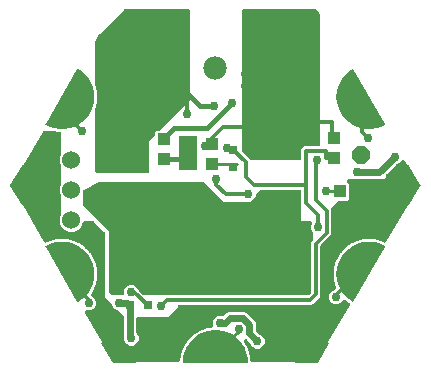
<source format=gbr>
G04 EAGLE Gerber RS-274X export*
G75*
%MOMM*%
%FSLAX34Y34*%
%LPD*%
%INTop Copper*%
%IPPOS*%
%AMOC8*
5,1,8,0,0,1.08239X$1,22.5*%
G01*
%ADD10R,0.800000X0.800000*%
%ADD11R,1.000000X1.100000*%
%ADD12R,1.600000X3.000000*%
%ADD13R,6.200000X5.800000*%
%ADD14R,3.200000X1.800000*%
%ADD15C,1.000000*%
%ADD16R,1.100000X1.000000*%
%ADD17C,1.981200*%
%ADD18C,1.981200*%
%ADD19P,1.649562X8X22.500000*%
%ADD20C,1.524000*%
%ADD21C,0.756400*%
%ADD22C,0.609600*%
%ADD23C,0.254000*%
%ADD24C,0.304800*%
%ADD25C,0.406400*%

G36*
X267834Y253750D02*
X267834Y253750D01*
X267860Y253748D01*
X268007Y253770D01*
X268154Y253787D01*
X268178Y253795D01*
X268204Y253799D01*
X268342Y253854D01*
X268482Y253904D01*
X268504Y253918D01*
X268528Y253928D01*
X268650Y254013D01*
X268775Y254093D01*
X268793Y254112D01*
X268814Y254127D01*
X268914Y254237D01*
X269017Y254344D01*
X269030Y254366D01*
X269048Y254386D01*
X269120Y254516D01*
X269196Y254643D01*
X269204Y254668D01*
X269216Y254691D01*
X269257Y254834D01*
X269302Y254975D01*
X269304Y255001D01*
X269311Y255026D01*
X269331Y255270D01*
X269331Y257747D01*
X270255Y259978D01*
X271962Y261685D01*
X274192Y262609D01*
X276607Y262609D01*
X278837Y261685D01*
X280544Y259978D01*
X280890Y259142D01*
X280891Y259140D01*
X280892Y259139D01*
X280975Y258990D01*
X281060Y258838D01*
X281061Y258836D01*
X281062Y258834D01*
X281221Y258648D01*
X282196Y257672D01*
X282197Y257672D01*
X285676Y254193D01*
X285775Y254114D01*
X285869Y254030D01*
X285911Y254006D01*
X285949Y253976D01*
X286063Y253922D01*
X286174Y253861D01*
X286220Y253848D01*
X286264Y253827D01*
X286387Y253801D01*
X286509Y253766D01*
X286570Y253762D01*
X286605Y253754D01*
X286653Y253755D01*
X286753Y253747D01*
X424793Y253747D01*
X424918Y253761D01*
X425044Y253768D01*
X425091Y253781D01*
X425139Y253787D01*
X425258Y253829D01*
X425379Y253864D01*
X425421Y253888D01*
X425467Y253904D01*
X425573Y253973D01*
X425683Y254034D01*
X425730Y254074D01*
X425760Y254093D01*
X425793Y254128D01*
X425870Y254193D01*
X427543Y255866D01*
X427622Y255965D01*
X427706Y256059D01*
X427730Y256102D01*
X427760Y256139D01*
X427814Y256254D01*
X427875Y256364D01*
X427888Y256411D01*
X427909Y256454D01*
X427935Y256578D01*
X427970Y256700D01*
X427975Y256760D01*
X427982Y256795D01*
X427981Y256843D01*
X427989Y256943D01*
X427989Y299062D01*
X429067Y300140D01*
X429146Y300239D01*
X429230Y300332D01*
X429254Y300375D01*
X429284Y300413D01*
X429338Y300527D01*
X429399Y300637D01*
X429412Y300684D01*
X429433Y300728D01*
X429459Y300851D01*
X429494Y300973D01*
X429499Y301034D01*
X429506Y301068D01*
X429505Y301116D01*
X429513Y301217D01*
X429513Y305883D01*
X429499Y306009D01*
X429492Y306135D01*
X429479Y306182D01*
X429473Y306230D01*
X429431Y306349D01*
X429396Y306470D01*
X429372Y306512D01*
X429356Y306558D01*
X429287Y306664D01*
X429226Y306774D01*
X429186Y306820D01*
X429167Y306850D01*
X429132Y306884D01*
X429067Y306960D01*
X428315Y307712D01*
X427391Y309943D01*
X427391Y312357D01*
X428228Y314377D01*
X428269Y314522D01*
X428315Y314665D01*
X428317Y314689D01*
X428324Y314712D01*
X428331Y314863D01*
X428343Y315012D01*
X428339Y315036D01*
X428341Y315060D01*
X428314Y315208D01*
X428291Y315357D01*
X428282Y315379D01*
X428278Y315403D01*
X428218Y315541D01*
X428163Y315681D01*
X428149Y315701D01*
X428139Y315723D01*
X428049Y315844D01*
X427964Y315967D01*
X427946Y315983D01*
X427931Y316003D01*
X427816Y316100D01*
X427705Y316200D01*
X427684Y316212D01*
X427665Y316228D01*
X427532Y316296D01*
X427400Y316369D01*
X427376Y316375D01*
X427355Y316386D01*
X427210Y316423D01*
X427064Y316464D01*
X427035Y316466D01*
X427017Y316471D01*
X426970Y316471D01*
X426821Y316483D01*
X419731Y316483D01*
X419353Y316861D01*
X419353Y341404D01*
X419350Y341430D01*
X419352Y341456D01*
X419330Y341603D01*
X419313Y341750D01*
X419305Y341775D01*
X419301Y341801D01*
X419246Y341939D01*
X419196Y342078D01*
X419182Y342100D01*
X419172Y342125D01*
X419087Y342246D01*
X419007Y342371D01*
X418988Y342389D01*
X418973Y342411D01*
X418863Y342510D01*
X418756Y342613D01*
X418734Y342627D01*
X418714Y342644D01*
X418584Y342716D01*
X418457Y342792D01*
X418432Y342800D01*
X418409Y342813D01*
X418266Y342853D01*
X418125Y342898D01*
X418099Y342900D01*
X418074Y342908D01*
X417830Y342927D01*
X385854Y342927D01*
X385728Y342913D01*
X385602Y342906D01*
X385556Y342893D01*
X385508Y342887D01*
X385389Y342845D01*
X385267Y342810D01*
X385225Y342786D01*
X385180Y342770D01*
X385073Y342701D01*
X384963Y342640D01*
X384917Y342600D01*
X384887Y342581D01*
X384853Y342546D01*
X384777Y342481D01*
X381165Y338869D01*
X381086Y338770D01*
X381002Y338676D01*
X380978Y338634D01*
X380948Y338596D01*
X380894Y338482D01*
X380833Y338371D01*
X380820Y338325D01*
X380799Y338281D01*
X380773Y338158D01*
X380738Y338036D01*
X380733Y337975D01*
X380726Y337940D01*
X380727Y337902D01*
X379795Y335652D01*
X378088Y333945D01*
X375822Y333007D01*
X375696Y333000D01*
X375672Y332993D01*
X353691Y332993D01*
X337627Y349057D01*
X337528Y349136D01*
X337434Y349220D01*
X337392Y349244D01*
X337354Y349274D01*
X337240Y349328D01*
X337129Y349389D01*
X337083Y349402D01*
X337039Y349423D01*
X336916Y349449D01*
X336794Y349484D01*
X336733Y349489D01*
X336698Y349496D01*
X336650Y349495D01*
X336550Y349503D01*
X248920Y349503D01*
X248864Y349497D01*
X248808Y349499D01*
X248691Y349477D01*
X248574Y349463D01*
X248521Y349444D01*
X248466Y349434D01*
X248260Y349351D01*
X248246Y349346D01*
X248243Y349344D01*
X248239Y349342D01*
X235539Y342992D01*
X235520Y342980D01*
X235499Y342972D01*
X235375Y342885D01*
X235247Y342802D01*
X235231Y342786D01*
X235213Y342773D01*
X235111Y342660D01*
X235006Y342550D01*
X234995Y342531D01*
X234980Y342514D01*
X234906Y342381D01*
X234829Y342250D01*
X234822Y342229D01*
X234811Y342209D01*
X234770Y342062D01*
X234724Y341918D01*
X234722Y341895D01*
X234716Y341874D01*
X234697Y341630D01*
X234697Y330200D01*
X234711Y330074D01*
X234718Y329948D01*
X234731Y329902D01*
X234737Y329854D01*
X234779Y329735D01*
X234814Y329613D01*
X234838Y329571D01*
X234854Y329526D01*
X234923Y329419D01*
X234984Y329309D01*
X235024Y329263D01*
X235043Y329233D01*
X235078Y329199D01*
X235143Y329123D01*
X256287Y307979D01*
X256287Y257810D01*
X256301Y257684D01*
X256308Y257558D01*
X256321Y257512D01*
X256327Y257464D01*
X256369Y257345D01*
X256404Y257223D01*
X256428Y257181D01*
X256444Y257136D01*
X256513Y257029D01*
X256574Y256919D01*
X256614Y256873D01*
X256633Y256843D01*
X256668Y256809D01*
X256733Y256733D01*
X259273Y254193D01*
X259372Y254114D01*
X259466Y254030D01*
X259508Y254006D01*
X259546Y253976D01*
X259660Y253922D01*
X259771Y253861D01*
X259817Y253848D01*
X259861Y253827D01*
X259984Y253801D01*
X260106Y253766D01*
X260167Y253762D01*
X260202Y253754D01*
X260250Y253755D01*
X260350Y253747D01*
X267808Y253747D01*
X267834Y253750D01*
G37*
G36*
X279138Y196216D02*
X279138Y196216D01*
X279166Y196214D01*
X279234Y196236D01*
X279305Y196250D01*
X279328Y196266D01*
X279355Y196275D01*
X279410Y196322D01*
X279469Y196363D01*
X279484Y196387D01*
X279506Y196405D01*
X279537Y196470D01*
X279576Y196530D01*
X279581Y196558D01*
X279593Y196584D01*
X279602Y196685D01*
X279609Y196727D01*
X279607Y196737D01*
X279608Y196750D01*
X279551Y197465D01*
X315559Y197465D01*
X315701Y197481D01*
X315845Y197492D01*
X315874Y197501D01*
X315905Y197505D01*
X316040Y197553D01*
X316177Y197596D01*
X316204Y197612D01*
X316233Y197622D01*
X316354Y197700D01*
X316477Y197773D01*
X316500Y197794D01*
X316526Y197811D01*
X316626Y197914D01*
X316729Y198014D01*
X316746Y198039D01*
X316768Y198062D01*
X316842Y198185D01*
X316920Y198305D01*
X316931Y198334D01*
X316947Y198361D01*
X316991Y198498D01*
X317040Y198633D01*
X317046Y198670D01*
X317053Y198693D01*
X317057Y198742D01*
X317078Y198874D01*
X317127Y199528D01*
X317126Y199541D01*
X317128Y199553D01*
X317119Y199715D01*
X317113Y199876D01*
X317109Y199889D01*
X317109Y199901D01*
X317063Y200056D01*
X317028Y200185D01*
X317223Y201039D01*
X317226Y201067D01*
X317257Y201265D01*
X317323Y202142D01*
X317355Y202177D01*
X317361Y202188D01*
X317370Y202198D01*
X317447Y202339D01*
X317527Y202480D01*
X317531Y202493D01*
X317537Y202504D01*
X317610Y202737D01*
X317877Y203906D01*
X317878Y203918D01*
X317882Y203930D01*
X317898Y204092D01*
X317915Y204252D01*
X317914Y204265D01*
X317915Y204277D01*
X317893Y204439D01*
X317877Y204570D01*
X318197Y205386D01*
X318205Y205413D01*
X318265Y205603D01*
X318460Y206461D01*
X318498Y206491D01*
X318506Y206501D01*
X318515Y206509D01*
X318613Y206638D01*
X318713Y206765D01*
X318719Y206777D01*
X318726Y206787D01*
X318834Y207007D01*
X319272Y208123D01*
X319275Y208135D01*
X319281Y208146D01*
X319320Y208304D01*
X319361Y208460D01*
X319361Y208472D01*
X319364Y208484D01*
X319367Y208646D01*
X319371Y208779D01*
X319809Y209538D01*
X319820Y209564D01*
X319908Y209744D01*
X320229Y210563D01*
X320271Y210587D01*
X320280Y210596D01*
X320291Y210602D01*
X320407Y210715D01*
X320525Y210826D01*
X320532Y210836D01*
X320541Y210845D01*
X320680Y211046D01*
X321279Y212085D01*
X321284Y212096D01*
X321291Y212107D01*
X321353Y212257D01*
X321418Y212405D01*
X321420Y212417D01*
X321425Y212429D01*
X321451Y212589D01*
X321475Y212719D01*
X322021Y213405D01*
X322036Y213428D01*
X322150Y213593D01*
X322590Y214355D01*
X322634Y214372D01*
X322645Y214380D01*
X322657Y214384D01*
X322788Y214479D01*
X322921Y214571D01*
X322929Y214580D01*
X322940Y214588D01*
X323107Y214766D01*
X323855Y215703D01*
X323861Y215714D01*
X323870Y215723D01*
X323953Y215861D01*
X324039Y215999D01*
X324043Y216011D01*
X324050Y216022D01*
X324099Y216175D01*
X324143Y216301D01*
X324785Y216898D01*
X324803Y216919D01*
X324940Y217065D01*
X325489Y217753D01*
X325536Y217763D01*
X325547Y217769D01*
X325559Y217772D01*
X325704Y217846D01*
X325849Y217917D01*
X325858Y217925D01*
X325870Y217931D01*
X326062Y218082D01*
X326941Y218898D01*
X326949Y218907D01*
X326959Y218915D01*
X327062Y219039D01*
X327167Y219162D01*
X327173Y219174D01*
X327181Y219183D01*
X327253Y219328D01*
X327315Y219446D01*
X328039Y219940D01*
X328060Y219958D01*
X328217Y220082D01*
X328862Y220680D01*
X328910Y220684D01*
X328922Y220688D01*
X328935Y220689D01*
X329088Y220740D01*
X329242Y220789D01*
X329253Y220796D01*
X329265Y220800D01*
X329478Y220921D01*
X330468Y221596D01*
X330478Y221605D01*
X330489Y221611D01*
X330609Y221718D01*
X330732Y221824D01*
X330739Y221835D01*
X330749Y221843D01*
X330841Y221975D01*
X330920Y222083D01*
X331710Y222463D01*
X331734Y222478D01*
X331907Y222577D01*
X332634Y223073D01*
X332682Y223069D01*
X332694Y223071D01*
X332707Y223071D01*
X332867Y223099D01*
X333026Y223124D01*
X333038Y223129D01*
X333051Y223131D01*
X333279Y223219D01*
X334359Y223739D01*
X334370Y223746D01*
X334381Y223750D01*
X334517Y223839D01*
X334654Y223925D01*
X334662Y223934D01*
X334673Y223941D01*
X334785Y224058D01*
X334878Y224153D01*
X335716Y224411D01*
X335742Y224423D01*
X335928Y224494D01*
X336720Y224876D01*
X336767Y224866D01*
X336780Y224866D01*
X336792Y224863D01*
X336955Y224867D01*
X337116Y224868D01*
X337128Y224871D01*
X337141Y224871D01*
X337380Y224925D01*
X338525Y225278D01*
X338537Y225283D01*
X338549Y225286D01*
X338696Y225353D01*
X338844Y225418D01*
X338855Y225426D01*
X338866Y225431D01*
X338994Y225530D01*
X339100Y225610D01*
X339967Y225740D01*
X339995Y225748D01*
X340189Y225791D01*
X341030Y226051D01*
X341075Y226033D01*
X341087Y226031D01*
X341099Y226027D01*
X341260Y226006D01*
X341420Y225984D01*
X341432Y225985D01*
X341445Y225983D01*
X341689Y226000D01*
X342875Y226179D01*
X342887Y226182D01*
X342899Y226183D01*
X343054Y226227D01*
X343211Y226270D01*
X343222Y226276D01*
X343234Y226279D01*
X343375Y226358D01*
X343518Y226435D01*
X343527Y226443D01*
X343538Y226449D01*
X343542Y226453D01*
X343560Y226458D01*
X343584Y226461D01*
X343726Y226512D01*
X343869Y226558D01*
X343889Y226570D01*
X343912Y226579D01*
X344039Y226660D01*
X344167Y226738D01*
X344185Y226755D01*
X344205Y226768D01*
X344310Y226876D01*
X344417Y226981D01*
X344430Y227001D01*
X344447Y227018D01*
X344524Y227147D01*
X344606Y227274D01*
X344614Y227297D01*
X344626Y227317D01*
X344672Y227460D01*
X344722Y227602D01*
X344725Y227626D01*
X344732Y227649D01*
X344744Y227799D01*
X344761Y227949D01*
X344758Y227973D01*
X344760Y227997D01*
X344738Y228145D01*
X344720Y228295D01*
X344711Y228322D01*
X344708Y228341D01*
X344691Y228385D01*
X344645Y228527D01*
X344451Y228995D01*
X344451Y231410D01*
X345375Y233640D01*
X347082Y235347D01*
X349313Y236271D01*
X351727Y236271D01*
X351936Y236185D01*
X352009Y236164D01*
X352079Y236134D01*
X352176Y236116D01*
X352271Y236089D01*
X352347Y236085D01*
X352422Y236072D01*
X352521Y236077D01*
X352619Y236072D01*
X352694Y236086D01*
X352771Y236090D01*
X352865Y236117D01*
X352962Y236135D01*
X353032Y236165D01*
X353105Y236186D01*
X353191Y236234D01*
X353281Y236274D01*
X353343Y236319D01*
X353410Y236356D01*
X353523Y236453D01*
X353561Y236481D01*
X353574Y236496D01*
X353596Y236515D01*
X355838Y238757D01*
X357798Y239569D01*
X371283Y239569D01*
X373243Y238757D01*
X374958Y237042D01*
X378369Y233631D01*
X380084Y231916D01*
X380896Y229955D01*
X380896Y224179D01*
X380911Y224054D01*
X380917Y223927D01*
X380931Y223881D01*
X380936Y223833D01*
X380979Y223714D01*
X381014Y223592D01*
X381037Y223550D01*
X381054Y223505D01*
X381122Y223398D01*
X381184Y223288D01*
X381223Y223242D01*
X381243Y223212D01*
X381277Y223178D01*
X381342Y223102D01*
X383721Y220723D01*
X383723Y220722D01*
X383724Y220720D01*
X383854Y220618D01*
X383878Y220596D01*
X383889Y220590D01*
X383994Y220506D01*
X383996Y220506D01*
X383998Y220504D01*
X384216Y220393D01*
X385708Y219775D01*
X387415Y218068D01*
X388339Y215837D01*
X388339Y213423D01*
X387415Y211192D01*
X385708Y209485D01*
X383477Y208561D01*
X381063Y208561D01*
X378832Y209485D01*
X377125Y211192D01*
X376507Y212684D01*
X376506Y212686D01*
X376506Y212688D01*
X376425Y212832D01*
X376338Y212989D01*
X376336Y212991D01*
X376335Y212992D01*
X376177Y213179D01*
X373315Y216041D01*
X373198Y216134D01*
X373083Y216231D01*
X373061Y216242D01*
X373042Y216257D01*
X372907Y216321D01*
X372773Y216390D01*
X372749Y216396D01*
X372727Y216406D01*
X372581Y216438D01*
X372435Y216474D01*
X372410Y216474D01*
X372386Y216480D01*
X372237Y216477D01*
X372087Y216479D01*
X372062Y216474D01*
X372038Y216474D01*
X371892Y216437D01*
X371746Y216405D01*
X371724Y216395D01*
X371700Y216389D01*
X371566Y216320D01*
X371431Y216256D01*
X371412Y216241D01*
X371390Y216229D01*
X371275Y216132D01*
X371159Y216039D01*
X371143Y216019D01*
X371124Y216003D01*
X371035Y215883D01*
X370943Y215765D01*
X370932Y215743D01*
X370917Y215723D01*
X370858Y215586D01*
X370794Y215450D01*
X370789Y215426D01*
X370779Y215403D01*
X370753Y215256D01*
X370721Y215109D01*
X370722Y215084D01*
X370717Y215060D01*
X370725Y214911D01*
X370728Y214761D01*
X370734Y214737D01*
X370735Y214712D01*
X370777Y214568D01*
X370814Y214423D01*
X370827Y214396D01*
X370832Y214377D01*
X370855Y214336D01*
X370919Y214202D01*
X371270Y213593D01*
X371287Y213570D01*
X371399Y213405D01*
X371947Y212717D01*
X371947Y212668D01*
X371950Y212656D01*
X371950Y212644D01*
X371990Y212487D01*
X372027Y212329D01*
X372033Y212318D01*
X372036Y212306D01*
X372141Y212085D01*
X372740Y211046D01*
X372748Y211036D01*
X372753Y211025D01*
X372852Y210897D01*
X372948Y210767D01*
X372958Y210758D01*
X372965Y210748D01*
X373091Y210646D01*
X373192Y210560D01*
X373512Y209744D01*
X373525Y209719D01*
X373611Y209538D01*
X374051Y208777D01*
X374044Y208729D01*
X374045Y208716D01*
X374043Y208704D01*
X374059Y208542D01*
X374072Y208381D01*
X374076Y208370D01*
X374078Y208357D01*
X374148Y208123D01*
X374586Y207007D01*
X374592Y206996D01*
X374596Y206983D01*
X374674Y206841D01*
X374750Y206699D01*
X374758Y206689D01*
X374764Y206678D01*
X374873Y206559D01*
X374960Y206458D01*
X375155Y205603D01*
X375165Y205577D01*
X375223Y205386D01*
X375544Y204567D01*
X375530Y204521D01*
X375529Y204508D01*
X375526Y204496D01*
X375517Y204335D01*
X375506Y204173D01*
X375508Y204160D01*
X375508Y204148D01*
X375543Y203906D01*
X375810Y202737D01*
X375814Y202725D01*
X375816Y202712D01*
X375872Y202561D01*
X375926Y202408D01*
X375932Y202398D01*
X375937Y202386D01*
X376026Y202251D01*
X376098Y202139D01*
X376163Y201265D01*
X376168Y201237D01*
X376197Y201039D01*
X376393Y200182D01*
X376372Y200138D01*
X376369Y200126D01*
X376364Y200114D01*
X376332Y199955D01*
X376297Y199798D01*
X376297Y199785D01*
X376295Y199773D01*
X376293Y199528D01*
X376342Y198874D01*
X376369Y198733D01*
X376391Y198591D01*
X376402Y198562D01*
X376408Y198532D01*
X376466Y198401D01*
X376519Y198267D01*
X376537Y198242D01*
X376550Y198213D01*
X376637Y198099D01*
X376718Y197981D01*
X376741Y197960D01*
X376760Y197936D01*
X376871Y197844D01*
X376977Y197748D01*
X377004Y197733D01*
X377028Y197713D01*
X377157Y197649D01*
X377282Y197579D01*
X377312Y197571D01*
X377340Y197557D01*
X377479Y197523D01*
X377618Y197484D01*
X377655Y197481D01*
X377679Y197476D01*
X377728Y197475D01*
X377861Y197465D01*
X413869Y197465D01*
X413812Y196750D01*
X413816Y196721D01*
X413811Y196693D01*
X413828Y196624D01*
X413836Y196552D01*
X413851Y196528D01*
X413857Y196500D01*
X413900Y196442D01*
X413936Y196380D01*
X413958Y196363D01*
X413975Y196340D01*
X414037Y196303D01*
X414094Y196260D01*
X414122Y196253D01*
X414146Y196238D01*
X414246Y196222D01*
X414287Y196211D01*
X414297Y196213D01*
X414310Y196211D01*
X433310Y196211D01*
X433386Y196226D01*
X433464Y196235D01*
X433483Y196246D01*
X433505Y196250D01*
X433569Y196294D01*
X433637Y196333D01*
X433653Y196352D01*
X433669Y196363D01*
X433693Y196401D01*
X433743Y196461D01*
X443243Y212961D01*
X443252Y212988D01*
X443268Y213012D01*
X443283Y213082D01*
X443306Y213150D01*
X443303Y213178D01*
X443309Y213206D01*
X443296Y213277D01*
X443290Y213348D01*
X443277Y213373D01*
X443271Y213401D01*
X443231Y213461D01*
X443198Y213524D01*
X443176Y213542D01*
X443160Y213566D01*
X443077Y213624D01*
X443045Y213651D01*
X443034Y213654D01*
X443024Y213661D01*
X442396Y213958D01*
X460374Y245096D01*
X460431Y245228D01*
X460493Y245358D01*
X460500Y245388D01*
X460512Y245416D01*
X460538Y245558D01*
X460569Y245698D01*
X460569Y245729D01*
X460574Y245759D01*
X460567Y245903D01*
X460566Y246046D01*
X460559Y246076D01*
X460557Y246107D01*
X460517Y246246D01*
X460483Y246385D01*
X460470Y246413D01*
X460461Y246442D01*
X460391Y246568D01*
X460326Y246696D01*
X460306Y246720D01*
X460292Y246747D01*
X460195Y246853D01*
X460102Y246963D01*
X460073Y246987D01*
X460057Y247005D01*
X460016Y247033D01*
X459912Y247117D01*
X459376Y247482D01*
X459365Y247488D01*
X459355Y247496D01*
X459211Y247569D01*
X459137Y247607D01*
X459119Y247618D01*
X459117Y247618D01*
X459068Y247644D01*
X459055Y247647D01*
X459044Y247653D01*
X458887Y247691D01*
X458758Y247724D01*
X458115Y248320D01*
X458093Y248337D01*
X457937Y248462D01*
X457210Y248958D01*
X457196Y249004D01*
X457189Y249015D01*
X457185Y249027D01*
X457101Y249165D01*
X457019Y249304D01*
X457010Y249313D01*
X457004Y249324D01*
X456838Y249504D01*
X456691Y249641D01*
X456593Y249713D01*
X456500Y249792D01*
X456453Y249816D01*
X456410Y249847D01*
X456298Y249895D01*
X456189Y249951D01*
X456138Y249964D01*
X456089Y249984D01*
X455969Y250005D01*
X455851Y250035D01*
X455798Y250036D01*
X455746Y250045D01*
X455625Y250038D01*
X455503Y250040D01*
X455451Y250029D01*
X455398Y250026D01*
X455281Y249992D01*
X455162Y249966D01*
X455114Y249943D01*
X455064Y249928D01*
X454958Y249868D01*
X454848Y249816D01*
X454806Y249783D01*
X454760Y249757D01*
X454670Y249674D01*
X454575Y249598D01*
X454542Y249557D01*
X454503Y249521D01*
X454435Y249421D01*
X454359Y249325D01*
X454329Y249265D01*
X454307Y249233D01*
X454290Y249190D01*
X454248Y249107D01*
X454198Y248988D01*
X452491Y247281D01*
X450261Y246357D01*
X447847Y246357D01*
X445616Y247281D01*
X443909Y248988D01*
X442985Y251219D01*
X442985Y253633D01*
X443909Y255864D01*
X445616Y257571D01*
X447919Y258525D01*
X447937Y258530D01*
X447975Y258535D01*
X448104Y258581D01*
X448234Y258620D01*
X448267Y258639D01*
X448303Y258652D01*
X448418Y258726D01*
X448536Y258794D01*
X448564Y258820D01*
X448596Y258841D01*
X448691Y258939D01*
X448790Y259032D01*
X448812Y259064D01*
X448838Y259092D01*
X448908Y259209D01*
X448984Y259322D01*
X448997Y259358D01*
X449017Y259391D01*
X449059Y259521D01*
X449107Y259648D01*
X449112Y259686D01*
X449123Y259723D01*
X449134Y259859D01*
X449152Y259994D01*
X449148Y260032D01*
X449151Y260070D01*
X449131Y260205D01*
X449118Y260341D01*
X449104Y260386D01*
X449100Y260415D01*
X449081Y260461D01*
X449047Y260575D01*
X448723Y261400D01*
X448717Y261411D01*
X448713Y261423D01*
X448635Y261564D01*
X448559Y261708D01*
X448551Y261717D01*
X448544Y261728D01*
X448436Y261848D01*
X448348Y261948D01*
X448153Y262803D01*
X448144Y262830D01*
X448086Y263021D01*
X447764Y263840D01*
X447778Y263886D01*
X447779Y263898D01*
X447783Y263910D01*
X447791Y264072D01*
X447802Y264233D01*
X447800Y264246D01*
X447800Y264258D01*
X447765Y264501D01*
X447497Y265671D01*
X447493Y265683D01*
X447492Y265696D01*
X447435Y265848D01*
X447381Y266000D01*
X447375Y266011D01*
X447370Y266023D01*
X447281Y266158D01*
X447209Y266270D01*
X447143Y267144D01*
X447138Y267172D01*
X447109Y267369D01*
X446913Y268227D01*
X446934Y268270D01*
X446937Y268282D01*
X446942Y268294D01*
X446974Y268453D01*
X447009Y268611D01*
X447009Y268623D01*
X447011Y268636D01*
X447013Y268880D01*
X446923Y270078D01*
X446920Y270090D01*
X446920Y270103D01*
X446887Y270261D01*
X446857Y270420D01*
X446852Y270432D01*
X446849Y270444D01*
X446781Y270590D01*
X446727Y270712D01*
X446792Y271586D01*
X446791Y271614D01*
X446792Y271814D01*
X446726Y272692D01*
X446753Y272732D01*
X446757Y272743D01*
X446764Y272754D01*
X446820Y272906D01*
X446878Y273057D01*
X446879Y273070D01*
X446884Y273081D01*
X446922Y273323D01*
X447011Y274521D01*
X447010Y274534D01*
X447013Y274546D01*
X447003Y274707D01*
X446997Y274869D01*
X446994Y274881D01*
X446993Y274894D01*
X446947Y275049D01*
X446912Y275177D01*
X447107Y276032D01*
X447110Y276060D01*
X447140Y276257D01*
X447206Y277135D01*
X447239Y277170D01*
X447245Y277181D01*
X447253Y277191D01*
X447331Y277333D01*
X447411Y277473D01*
X447414Y277485D01*
X447420Y277497D01*
X447494Y277730D01*
X447760Y278901D01*
X447762Y278913D01*
X447766Y278926D01*
X447781Y279088D01*
X447799Y279247D01*
X447797Y279260D01*
X447798Y279273D01*
X447776Y279433D01*
X447760Y279565D01*
X448080Y280381D01*
X448087Y280408D01*
X448147Y280599D01*
X448343Y281457D01*
X448381Y281487D01*
X448388Y281497D01*
X448398Y281505D01*
X448496Y281634D01*
X448596Y281761D01*
X448601Y281772D01*
X448609Y281782D01*
X448716Y282002D01*
X449154Y283120D01*
X449158Y283133D01*
X449163Y283144D01*
X449202Y283301D01*
X449244Y283457D01*
X449244Y283470D01*
X449247Y283482D01*
X449249Y283645D01*
X449253Y283777D01*
X449691Y284536D01*
X449702Y284562D01*
X449790Y284742D01*
X450111Y285561D01*
X450153Y285585D01*
X450162Y285594D01*
X450173Y285600D01*
X450289Y285713D01*
X450407Y285824D01*
X450414Y285834D01*
X450423Y285843D01*
X450561Y286045D01*
X451162Y287085D01*
X451167Y287097D01*
X451174Y287107D01*
X451236Y287256D01*
X451300Y287405D01*
X451303Y287417D01*
X451307Y287429D01*
X451333Y287588D01*
X451357Y287719D01*
X451904Y288405D01*
X451919Y288429D01*
X452032Y288593D01*
X452472Y289355D01*
X452516Y289373D01*
X452527Y289380D01*
X452538Y289385D01*
X452670Y289479D01*
X452803Y289572D01*
X452811Y289581D01*
X452822Y289588D01*
X452989Y289767D01*
X453738Y290706D01*
X453744Y290717D01*
X453753Y290726D01*
X453836Y290864D01*
X453922Y291002D01*
X453926Y291014D01*
X453933Y291025D01*
X453983Y291179D01*
X454025Y291304D01*
X454668Y291901D01*
X454686Y291922D01*
X454823Y292068D01*
X455371Y292756D01*
X455418Y292767D01*
X455429Y292772D01*
X455442Y292775D01*
X455585Y292849D01*
X455731Y292920D01*
X455741Y292928D01*
X455752Y292934D01*
X455944Y293086D01*
X456824Y293903D01*
X456832Y293913D01*
X456843Y293920D01*
X456945Y294045D01*
X457051Y294168D01*
X457057Y294179D01*
X457065Y294189D01*
X457137Y294333D01*
X457198Y294452D01*
X457922Y294946D01*
X457944Y294964D01*
X458100Y295088D01*
X458745Y295686D01*
X458793Y295690D01*
X458805Y295694D01*
X458818Y295695D01*
X458970Y295746D01*
X459125Y295795D01*
X459136Y295802D01*
X459148Y295806D01*
X459361Y295927D01*
X460353Y296604D01*
X460362Y296612D01*
X460374Y296618D01*
X460494Y296726D01*
X460616Y296832D01*
X460624Y296842D01*
X460633Y296851D01*
X460726Y296983D01*
X460804Y297091D01*
X461594Y297471D01*
X461618Y297486D01*
X461791Y297585D01*
X462518Y298081D01*
X462566Y298078D01*
X462579Y298080D01*
X462591Y298079D01*
X462750Y298107D01*
X462910Y298132D01*
X462922Y298137D01*
X462935Y298139D01*
X463163Y298227D01*
X464245Y298749D01*
X464255Y298756D01*
X464267Y298760D01*
X464403Y298849D01*
X464539Y298935D01*
X464548Y298944D01*
X464559Y298951D01*
X464670Y299068D01*
X464764Y299163D01*
X465601Y299422D01*
X465627Y299433D01*
X465813Y299505D01*
X466606Y299887D01*
X466653Y299876D01*
X466666Y299876D01*
X466678Y299874D01*
X466839Y299878D01*
X467001Y299879D01*
X467014Y299882D01*
X467026Y299882D01*
X467265Y299935D01*
X468413Y300290D01*
X468425Y300295D01*
X468437Y300298D01*
X468583Y300365D01*
X468732Y300430D01*
X468742Y300438D01*
X468754Y300443D01*
X468881Y300542D01*
X468988Y300622D01*
X469854Y300753D01*
X469881Y300760D01*
X470076Y300804D01*
X470917Y301063D01*
X470962Y301046D01*
X470975Y301044D01*
X470986Y301040D01*
X471147Y301019D01*
X471307Y300997D01*
X471320Y300998D01*
X471332Y300996D01*
X471576Y301013D01*
X472764Y301192D01*
X472776Y301196D01*
X472789Y301196D01*
X472944Y301241D01*
X473100Y301284D01*
X473111Y301290D01*
X473124Y301293D01*
X473265Y301372D01*
X473382Y301435D01*
X474259Y301435D01*
X474286Y301439D01*
X474486Y301453D01*
X475356Y301584D01*
X475398Y301560D01*
X475410Y301556D01*
X475421Y301550D01*
X475576Y301506D01*
X475731Y301460D01*
X475744Y301459D01*
X475756Y301456D01*
X476000Y301436D01*
X477201Y301436D01*
X477214Y301438D01*
X477226Y301437D01*
X477386Y301458D01*
X477547Y301476D01*
X477559Y301481D01*
X477572Y301482D01*
X477723Y301539D01*
X477848Y301584D01*
X478715Y301454D01*
X478743Y301453D01*
X478942Y301437D01*
X479822Y301437D01*
X479860Y301407D01*
X479871Y301402D01*
X479881Y301394D01*
X480029Y301328D01*
X480175Y301258D01*
X480188Y301256D01*
X480199Y301251D01*
X480437Y301195D01*
X481625Y301016D01*
X481638Y301016D01*
X481650Y301013D01*
X481811Y301010D01*
X481973Y301004D01*
X481986Y301007D01*
X481998Y301006D01*
X482156Y301040D01*
X482287Y301066D01*
X483125Y300808D01*
X483152Y300803D01*
X483347Y300757D01*
X484217Y300626D01*
X484250Y300591D01*
X484260Y300584D01*
X484269Y300575D01*
X484405Y300487D01*
X484539Y300397D01*
X484551Y300393D01*
X484562Y300386D01*
X484789Y300295D01*
X485937Y299941D01*
X485949Y299939D01*
X485961Y299934D01*
X486121Y299907D01*
X486279Y299878D01*
X486292Y299878D01*
X486305Y299876D01*
X486465Y299886D01*
X486599Y299892D01*
X487389Y299512D01*
X487415Y299503D01*
X487601Y299429D01*
X488442Y299170D01*
X488469Y299130D01*
X488478Y299121D01*
X488486Y299111D01*
X488607Y299004D01*
X488726Y298895D01*
X488737Y298889D01*
X488747Y298880D01*
X488958Y298757D01*
X489560Y298467D01*
X489695Y298420D01*
X489828Y298368D01*
X489859Y298363D01*
X489889Y298353D01*
X490032Y298338D01*
X490173Y298317D01*
X490204Y298320D01*
X490235Y298317D01*
X490378Y298335D01*
X490521Y298347D01*
X490550Y298356D01*
X490581Y298360D01*
X490716Y298410D01*
X490852Y298454D01*
X490879Y298470D01*
X490908Y298481D01*
X491028Y298560D01*
X491151Y298634D01*
X491173Y298656D01*
X491199Y298673D01*
X491297Y298777D01*
X491400Y298877D01*
X491422Y298908D01*
X491439Y298926D01*
X491464Y298969D01*
X491539Y299078D01*
X509518Y330219D01*
X510126Y329799D01*
X510153Y329788D01*
X510175Y329769D01*
X510244Y329749D01*
X510309Y329721D01*
X510338Y329721D01*
X510366Y329713D01*
X510437Y329721D01*
X510508Y329721D01*
X510535Y329732D01*
X510564Y329735D01*
X510626Y329770D01*
X510691Y329798D01*
X510712Y329818D01*
X510737Y329833D01*
X510800Y329910D01*
X510830Y329940D01*
X510834Y329950D01*
X510843Y329961D01*
X520343Y346461D01*
X520353Y346493D01*
X520362Y346506D01*
X520366Y346530D01*
X520367Y346534D01*
X520398Y346604D01*
X520398Y346628D01*
X520406Y346650D01*
X520400Y346726D01*
X520401Y346803D01*
X520391Y346827D01*
X520390Y346848D01*
X520369Y346887D01*
X520343Y346959D01*
X510843Y363459D01*
X510824Y363481D01*
X510811Y363507D01*
X510758Y363555D01*
X510711Y363608D01*
X510685Y363621D01*
X510664Y363640D01*
X510596Y363663D01*
X510532Y363694D01*
X510503Y363696D01*
X510476Y363705D01*
X510404Y363700D01*
X510333Y363703D01*
X510306Y363693D01*
X510277Y363691D01*
X510187Y363649D01*
X510147Y363634D01*
X510139Y363627D01*
X510126Y363621D01*
X509518Y363201D01*
X506985Y367589D01*
X506984Y367589D01*
X506984Y367590D01*
X506885Y367722D01*
X506777Y367869D01*
X506776Y367869D01*
X506776Y367870D01*
X506639Y367985D01*
X506511Y368094D01*
X506510Y368094D01*
X506510Y368095D01*
X506348Y368178D01*
X506201Y368253D01*
X506200Y368253D01*
X506200Y368254D01*
X506041Y368293D01*
X505863Y368338D01*
X505862Y368338D01*
X505861Y368338D01*
X505695Y368340D01*
X505514Y368343D01*
X505513Y368343D01*
X505324Y368302D01*
X505174Y368269D01*
X505173Y368269D01*
X505172Y368268D01*
X505009Y368191D01*
X504859Y368119D01*
X504858Y368119D01*
X504724Y368012D01*
X504586Y367902D01*
X504585Y367901D01*
X504480Y367768D01*
X504370Y367629D01*
X504370Y367628D01*
X504369Y367628D01*
X504258Y367410D01*
X504255Y367402D01*
X502548Y365695D01*
X500224Y364733D01*
X500212Y364731D01*
X500093Y364689D01*
X499972Y364654D01*
X499929Y364630D01*
X499884Y364614D01*
X499778Y364545D01*
X499667Y364484D01*
X499621Y364444D01*
X499591Y364425D01*
X499558Y364390D01*
X499481Y364325D01*
X491683Y356527D01*
X491604Y356428D01*
X491520Y356334D01*
X491496Y356292D01*
X491466Y356254D01*
X491412Y356140D01*
X491351Y356029D01*
X491338Y355983D01*
X491317Y355939D01*
X491291Y355815D01*
X491256Y355694D01*
X491252Y355633D01*
X491244Y355598D01*
X491245Y355550D01*
X491237Y355450D01*
X491237Y353691D01*
X489589Y352043D01*
X468576Y352043D01*
X468574Y352043D01*
X468572Y352043D01*
X468399Y352023D01*
X468230Y352003D01*
X468228Y352003D01*
X468226Y352002D01*
X467993Y351927D01*
X467603Y351766D01*
X465189Y351766D01*
X464798Y351927D01*
X464796Y351928D01*
X464794Y351929D01*
X464626Y351976D01*
X464463Y352023D01*
X464461Y352023D01*
X464459Y352024D01*
X464215Y352043D01*
X459508Y352043D01*
X459408Y352032D01*
X459308Y352030D01*
X459236Y352012D01*
X459162Y352003D01*
X459067Y351970D01*
X458970Y351945D01*
X458904Y351911D01*
X458834Y351886D01*
X458749Y351831D01*
X458660Y351785D01*
X458603Y351737D01*
X458541Y351697D01*
X458471Y351625D01*
X458395Y351560D01*
X458351Y351500D01*
X458299Y351446D01*
X458247Y351360D01*
X458188Y351279D01*
X458158Y351211D01*
X458120Y351147D01*
X458089Y351051D01*
X458050Y350959D01*
X458036Y350886D01*
X458014Y350815D01*
X458006Y350715D01*
X457988Y350616D01*
X457992Y350542D01*
X457986Y350468D01*
X458001Y350368D01*
X458006Y350268D01*
X458026Y350197D01*
X458037Y350123D01*
X458075Y350030D01*
X458102Y349933D01*
X458139Y349868D01*
X458166Y349799D01*
X458223Y349717D01*
X458273Y349629D01*
X458338Y349553D01*
X458365Y349513D01*
X458392Y349489D01*
X458431Y349443D01*
X459797Y348077D01*
X459797Y335183D01*
X458457Y333843D01*
X451700Y333843D01*
X451574Y333829D01*
X451448Y333822D01*
X451402Y333809D01*
X451354Y333803D01*
X451235Y333761D01*
X451113Y333726D01*
X451071Y333702D01*
X451026Y333686D01*
X450919Y333617D01*
X450809Y333556D01*
X450763Y333516D01*
X450733Y333497D01*
X450699Y333462D01*
X450623Y333397D01*
X445290Y328064D01*
X445273Y328043D01*
X445253Y328026D01*
X445165Y327907D01*
X445073Y327791D01*
X445062Y327767D01*
X445046Y327746D01*
X444987Y327610D01*
X444924Y327476D01*
X444919Y327450D01*
X444908Y327426D01*
X444882Y327280D01*
X444851Y327135D01*
X444851Y327109D01*
X444846Y327083D01*
X444854Y326934D01*
X444857Y326787D01*
X444863Y326762D01*
X444863Y305157D01*
X436057Y296351D01*
X435978Y296252D01*
X435894Y296158D01*
X435870Y296116D01*
X435840Y296078D01*
X435786Y295964D01*
X435725Y295853D01*
X435712Y295806D01*
X435691Y295763D01*
X435665Y295639D01*
X435630Y295518D01*
X435625Y295457D01*
X435618Y295422D01*
X435619Y295374D01*
X435611Y295274D01*
X435611Y253106D01*
X435586Y253075D01*
X435532Y252961D01*
X435471Y252850D01*
X435458Y252803D01*
X435437Y252760D01*
X435411Y252636D01*
X435376Y252514D01*
X435372Y252454D01*
X435364Y252419D01*
X435365Y252371D01*
X435357Y252271D01*
X435357Y252091D01*
X429899Y246633D01*
X429719Y246633D01*
X429594Y246619D01*
X429468Y246612D01*
X429421Y246599D01*
X429373Y246593D01*
X429254Y246551D01*
X429133Y246516D01*
X429091Y246492D01*
X429045Y246476D01*
X428939Y246407D01*
X428829Y246346D01*
X428782Y246306D01*
X428752Y246287D01*
X428719Y246252D01*
X428642Y246187D01*
X428298Y245843D01*
X316230Y245843D01*
X316204Y245840D01*
X316178Y245842D01*
X316031Y245820D01*
X315884Y245803D01*
X315859Y245795D01*
X315833Y245791D01*
X315695Y245736D01*
X315556Y245686D01*
X315534Y245672D01*
X315509Y245662D01*
X315388Y245577D01*
X315263Y245497D01*
X315245Y245478D01*
X315223Y245463D01*
X315124Y245353D01*
X315021Y245246D01*
X315007Y245224D01*
X314990Y245204D01*
X314918Y245074D01*
X314842Y244947D01*
X314834Y244922D01*
X314821Y244899D01*
X314781Y244756D01*
X314736Y244615D01*
X314734Y244589D01*
X314726Y244564D01*
X314707Y244320D01*
X314707Y243201D01*
X306709Y235203D01*
X281298Y235203D01*
X281272Y235200D01*
X281246Y235202D01*
X281099Y235180D01*
X280952Y235163D01*
X280927Y235155D01*
X280901Y235151D01*
X280763Y235096D01*
X280624Y235046D01*
X280602Y235032D01*
X280577Y235022D01*
X280456Y234937D01*
X280331Y234857D01*
X280313Y234838D01*
X280291Y234823D01*
X280192Y234713D01*
X280089Y234606D01*
X280075Y234584D01*
X280058Y234564D01*
X279986Y234434D01*
X279910Y234307D01*
X279902Y234282D01*
X279889Y234259D01*
X279849Y234116D01*
X279804Y233975D01*
X279802Y233949D01*
X279794Y233924D01*
X279775Y233680D01*
X279775Y222199D01*
X279789Y222073D01*
X279796Y221947D01*
X279809Y221900D01*
X279815Y221852D01*
X279857Y221733D01*
X279892Y221612D01*
X279916Y221570D01*
X279932Y221524D01*
X280001Y221418D01*
X280062Y221308D01*
X280102Y221262D01*
X280121Y221232D01*
X280156Y221198D01*
X280221Y221122D01*
X280735Y220608D01*
X281659Y218377D01*
X281659Y215963D01*
X280735Y213732D01*
X279028Y212025D01*
X276797Y211101D01*
X274383Y211101D01*
X272152Y212025D01*
X270445Y213732D01*
X269520Y215966D01*
X269500Y216132D01*
X269481Y216298D01*
X269481Y216300D01*
X269480Y216302D01*
X269405Y216534D01*
X269105Y217259D01*
X269105Y235338D01*
X269091Y235464D01*
X269084Y235590D01*
X269071Y235636D01*
X269065Y235684D01*
X269023Y235803D01*
X268988Y235925D01*
X268964Y235967D01*
X268948Y236012D01*
X268879Y236119D01*
X268818Y236229D01*
X268778Y236275D01*
X268759Y236305D01*
X268724Y236339D01*
X268659Y236415D01*
X264162Y240912D01*
X264161Y240913D01*
X264160Y240915D01*
X264023Y241022D01*
X263889Y241128D01*
X263888Y241129D01*
X263886Y241130D01*
X263668Y241242D01*
X261474Y242151D01*
X259767Y243858D01*
X258858Y246052D01*
X258857Y246054D01*
X258857Y246056D01*
X258774Y246204D01*
X258689Y246356D01*
X258688Y246358D01*
X258687Y246360D01*
X258528Y246546D01*
X252983Y252091D01*
X252983Y306324D01*
X252969Y306450D01*
X252962Y306576D01*
X252949Y306622D01*
X252943Y306670D01*
X252901Y306789D01*
X252866Y306911D01*
X252842Y306953D01*
X252826Y306998D01*
X252757Y307105D01*
X252696Y307215D01*
X252656Y307261D01*
X252637Y307291D01*
X252602Y307325D01*
X252537Y307401D01*
X243901Y316037D01*
X243802Y316116D01*
X243708Y316200D01*
X243666Y316224D01*
X243628Y316254D01*
X243514Y316308D01*
X243403Y316369D01*
X243357Y316382D01*
X243313Y316403D01*
X243190Y316429D01*
X243068Y316464D01*
X243007Y316469D01*
X242972Y316476D01*
X242924Y316475D01*
X242824Y316483D01*
X236110Y316483D01*
X236034Y316475D01*
X235957Y316476D01*
X235861Y316455D01*
X235763Y316443D01*
X235691Y316418D01*
X235617Y316401D01*
X235528Y316359D01*
X235435Y316326D01*
X235371Y316284D01*
X235302Y316252D01*
X235225Y316190D01*
X235142Y316137D01*
X235089Y316082D01*
X235030Y316034D01*
X234969Y315957D01*
X234900Y315886D01*
X234861Y315821D01*
X234814Y315761D01*
X234746Y315628D01*
X234721Y315587D01*
X234716Y315569D01*
X234702Y315543D01*
X233189Y311888D01*
X230402Y309101D01*
X226761Y307593D01*
X222819Y307593D01*
X219178Y309101D01*
X216391Y311888D01*
X214883Y315529D01*
X214883Y319471D01*
X216037Y322257D01*
X216038Y322259D01*
X216039Y322260D01*
X216085Y322422D01*
X216133Y322592D01*
X216133Y322594D01*
X216134Y322596D01*
X216153Y322840D01*
X216153Y337560D01*
X216153Y337562D01*
X216153Y337564D01*
X216133Y337735D01*
X216113Y337907D01*
X216113Y337909D01*
X216112Y337911D01*
X216037Y338143D01*
X214883Y340929D01*
X214883Y344871D01*
X216037Y347657D01*
X216038Y347659D01*
X216039Y347660D01*
X216085Y347822D01*
X216133Y347992D01*
X216133Y347994D01*
X216134Y347996D01*
X216153Y348240D01*
X216153Y362960D01*
X216153Y362962D01*
X216153Y362964D01*
X216133Y363135D01*
X216113Y363307D01*
X216113Y363309D01*
X216112Y363311D01*
X216037Y363543D01*
X214883Y366329D01*
X214883Y370271D01*
X216037Y373057D01*
X216038Y373059D01*
X216039Y373060D01*
X216085Y373222D01*
X216133Y373392D01*
X216133Y373394D01*
X216134Y373396D01*
X216153Y373640D01*
X216153Y390437D01*
X216143Y390524D01*
X216143Y390611D01*
X216123Y390696D01*
X216113Y390783D01*
X216084Y390865D01*
X216064Y390950D01*
X216025Y391029D01*
X215996Y391111D01*
X215949Y391185D01*
X215910Y391263D01*
X215854Y391331D01*
X215807Y391404D01*
X215744Y391465D01*
X215689Y391532D01*
X215619Y391585D01*
X215556Y391646D01*
X215481Y391691D01*
X215412Y391744D01*
X215332Y391780D01*
X215257Y391825D01*
X215174Y391852D01*
X215095Y391888D01*
X214973Y391916D01*
X214925Y391931D01*
X214898Y391934D01*
X214856Y391943D01*
X214705Y391966D01*
X214677Y391967D01*
X214478Y391983D01*
X213598Y391983D01*
X213560Y392013D01*
X213549Y392018D01*
X213539Y392026D01*
X213391Y392092D01*
X213245Y392162D01*
X213232Y392164D01*
X213221Y392169D01*
X212983Y392225D01*
X211795Y392404D01*
X211782Y392404D01*
X211770Y392407D01*
X211609Y392410D01*
X211447Y392416D01*
X211434Y392413D01*
X211422Y392414D01*
X211264Y392380D01*
X211133Y392354D01*
X210295Y392612D01*
X210267Y392617D01*
X210073Y392663D01*
X210049Y392666D01*
X210021Y392667D01*
X209982Y392670D01*
X209952Y392676D01*
X209927Y392675D01*
X209823Y392683D01*
X201803Y392683D01*
X201653Y392666D01*
X201502Y392653D01*
X201480Y392646D01*
X201457Y392643D01*
X201315Y392593D01*
X201171Y392546D01*
X201151Y392534D01*
X201129Y392526D01*
X201002Y392444D01*
X200872Y392366D01*
X200855Y392350D01*
X200836Y392337D01*
X200731Y392228D01*
X200623Y392123D01*
X200606Y392100D01*
X200594Y392086D01*
X200569Y392046D01*
X200484Y391922D01*
X183902Y363201D01*
X183294Y363621D01*
X183267Y363632D01*
X183245Y363651D01*
X183176Y363671D01*
X183111Y363699D01*
X183082Y363699D01*
X183054Y363707D01*
X182983Y363699D01*
X182912Y363700D01*
X182885Y363688D01*
X182856Y363685D01*
X182794Y363650D01*
X182729Y363622D01*
X182708Y363602D01*
X182683Y363587D01*
X182620Y363510D01*
X182590Y363480D01*
X182586Y363470D01*
X182577Y363459D01*
X173077Y346959D01*
X173053Y346886D01*
X173022Y346816D01*
X173022Y346792D01*
X173014Y346770D01*
X173021Y346694D01*
X173020Y346617D01*
X173029Y346593D01*
X173030Y346572D01*
X173051Y346533D01*
X173070Y346481D01*
X173071Y346475D01*
X173073Y346473D01*
X173077Y346461D01*
X182577Y329961D01*
X182596Y329939D01*
X182609Y329913D01*
X182662Y329865D01*
X182709Y329812D01*
X182735Y329799D01*
X182757Y329780D01*
X182824Y329757D01*
X182888Y329726D01*
X182917Y329725D01*
X182944Y329715D01*
X183016Y329720D01*
X183087Y329717D01*
X183114Y329727D01*
X183143Y329729D01*
X183233Y329771D01*
X183273Y329786D01*
X183281Y329793D01*
X183294Y329799D01*
X183902Y330219D01*
X201881Y299078D01*
X201966Y298963D01*
X202047Y298845D01*
X202070Y298824D01*
X202088Y298799D01*
X202198Y298706D01*
X202303Y298609D01*
X202330Y298593D01*
X202354Y298573D01*
X202482Y298508D01*
X202607Y298437D01*
X202637Y298428D01*
X202664Y298414D01*
X202804Y298379D01*
X202941Y298339D01*
X202972Y298337D01*
X203002Y298330D01*
X203146Y298327D01*
X203289Y298319D01*
X203320Y298325D01*
X203351Y298324D01*
X203491Y298355D01*
X203632Y298379D01*
X203668Y298393D01*
X203691Y298398D01*
X203736Y298419D01*
X203860Y298467D01*
X204462Y298757D01*
X204473Y298764D01*
X204485Y298768D01*
X204620Y298857D01*
X204757Y298943D01*
X204766Y298952D01*
X204776Y298959D01*
X204888Y299076D01*
X204981Y299171D01*
X205819Y299429D01*
X205844Y299440D01*
X206031Y299512D01*
X206824Y299893D01*
X206871Y299883D01*
X206884Y299883D01*
X206896Y299880D01*
X207059Y299884D01*
X207220Y299885D01*
X207232Y299888D01*
X207244Y299888D01*
X207483Y299942D01*
X208631Y300295D01*
X208643Y300300D01*
X208655Y300303D01*
X208802Y300370D01*
X208950Y300435D01*
X208960Y300443D01*
X208972Y300448D01*
X209100Y300547D01*
X209206Y300627D01*
X210073Y300757D01*
X210100Y300765D01*
X210295Y300808D01*
X211136Y301067D01*
X211181Y301049D01*
X211194Y301048D01*
X211205Y301043D01*
X211365Y301023D01*
X211526Y301000D01*
X211538Y301001D01*
X211551Y300999D01*
X211795Y301016D01*
X212983Y301195D01*
X212995Y301198D01*
X213008Y301199D01*
X213163Y301244D01*
X213319Y301286D01*
X213330Y301292D01*
X213343Y301295D01*
X213484Y301374D01*
X213601Y301437D01*
X214478Y301437D01*
X214505Y301440D01*
X214705Y301454D01*
X215575Y301585D01*
X215617Y301561D01*
X215629Y301557D01*
X215640Y301551D01*
X215795Y301507D01*
X215950Y301460D01*
X215963Y301460D01*
X215975Y301456D01*
X216219Y301436D01*
X217420Y301436D01*
X217433Y301437D01*
X217445Y301436D01*
X217606Y301457D01*
X217766Y301476D01*
X217778Y301480D01*
X217791Y301482D01*
X217943Y301539D01*
X218067Y301583D01*
X218934Y301453D01*
X218962Y301452D01*
X219161Y301435D01*
X220041Y301435D01*
X220079Y301405D01*
X220090Y301400D01*
X220100Y301392D01*
X220248Y301325D01*
X220394Y301256D01*
X220406Y301254D01*
X220418Y301248D01*
X220656Y301192D01*
X221844Y301013D01*
X221856Y301013D01*
X221869Y301009D01*
X222030Y301006D01*
X222192Y301001D01*
X222205Y301003D01*
X222217Y301003D01*
X222375Y301037D01*
X222506Y301062D01*
X223344Y300804D01*
X223371Y300799D01*
X223565Y300753D01*
X224435Y300622D01*
X224468Y300586D01*
X224479Y300579D01*
X224488Y300570D01*
X224623Y300482D01*
X224758Y300392D01*
X224770Y300387D01*
X224780Y300381D01*
X225007Y300290D01*
X226155Y299935D01*
X226167Y299933D01*
X226179Y299928D01*
X226338Y299901D01*
X226497Y299871D01*
X226510Y299872D01*
X226523Y299870D01*
X226684Y299880D01*
X226817Y299886D01*
X227607Y299505D01*
X227633Y299496D01*
X227819Y299422D01*
X228659Y299162D01*
X228687Y299122D01*
X228696Y299114D01*
X228703Y299103D01*
X228824Y298996D01*
X228944Y298887D01*
X228955Y298881D01*
X228964Y298873D01*
X229175Y298749D01*
X230257Y298227D01*
X230269Y298223D01*
X230280Y298217D01*
X230435Y298166D01*
X230586Y298113D01*
X230599Y298112D01*
X230611Y298108D01*
X230773Y298093D01*
X230905Y298079D01*
X231629Y297585D01*
X231654Y297572D01*
X231826Y297471D01*
X232619Y297089D01*
X232640Y297046D01*
X232647Y297036D01*
X232653Y297025D01*
X232757Y296901D01*
X232859Y296775D01*
X232869Y296767D01*
X232877Y296758D01*
X233067Y296604D01*
X234059Y295927D01*
X234071Y295921D01*
X234080Y295913D01*
X234225Y295840D01*
X234368Y295765D01*
X234380Y295762D01*
X234391Y295756D01*
X234549Y295718D01*
X234677Y295684D01*
X235320Y295088D01*
X235342Y295071D01*
X235498Y294946D01*
X236225Y294450D01*
X236239Y294404D01*
X236245Y294393D01*
X236249Y294381D01*
X236333Y294243D01*
X236415Y294103D01*
X236424Y294094D01*
X236431Y294083D01*
X236596Y293903D01*
X237476Y293086D01*
X237486Y293078D01*
X237495Y293069D01*
X237626Y292976D01*
X237757Y292879D01*
X237769Y292874D01*
X237779Y292867D01*
X237928Y292806D01*
X238051Y292754D01*
X238597Y292068D01*
X238617Y292048D01*
X238752Y291901D01*
X239397Y291302D01*
X239404Y291255D01*
X239409Y291243D01*
X239411Y291230D01*
X239474Y291081D01*
X239534Y290931D01*
X239541Y290921D01*
X239546Y290909D01*
X239682Y290706D01*
X240431Y289767D01*
X240440Y289758D01*
X240447Y289747D01*
X240563Y289636D01*
X240678Y289521D01*
X240689Y289514D01*
X240698Y289506D01*
X240836Y289423D01*
X240950Y289353D01*
X241388Y288593D01*
X241405Y288571D01*
X241516Y288405D01*
X242065Y287717D01*
X242065Y287669D01*
X242068Y287657D01*
X242068Y287644D01*
X242107Y287488D01*
X242145Y287330D01*
X242150Y287318D01*
X242153Y287306D01*
X242258Y287085D01*
X242859Y286045D01*
X242866Y286035D01*
X242871Y286023D01*
X242970Y285895D01*
X243066Y285765D01*
X243076Y285756D01*
X243083Y285746D01*
X243208Y285644D01*
X243310Y285558D01*
X243630Y284742D01*
X243643Y284717D01*
X243729Y284536D01*
X244168Y283774D01*
X244161Y283727D01*
X244162Y283714D01*
X244161Y283701D01*
X244176Y283542D01*
X244190Y283379D01*
X244194Y283367D01*
X244195Y283355D01*
X244266Y283120D01*
X244704Y282002D01*
X244710Y281991D01*
X244713Y281979D01*
X244792Y281836D01*
X244868Y281694D01*
X244876Y281685D01*
X244882Y281674D01*
X244991Y281554D01*
X245078Y281453D01*
X245273Y280599D01*
X245282Y280572D01*
X245340Y280381D01*
X245661Y279562D01*
X245647Y279516D01*
X245646Y279503D01*
X245642Y279491D01*
X245634Y279331D01*
X245623Y279168D01*
X245625Y279156D01*
X245625Y279143D01*
X245660Y278901D01*
X245926Y277730D01*
X245931Y277718D01*
X245932Y277705D01*
X245989Y277554D01*
X246042Y277401D01*
X246049Y277390D01*
X246053Y277379D01*
X246143Y277244D01*
X246214Y277132D01*
X246280Y276257D01*
X246285Y276230D01*
X246313Y276032D01*
X246509Y275174D01*
X246488Y275131D01*
X246485Y275118D01*
X246480Y275107D01*
X246448Y274948D01*
X246413Y274791D01*
X246413Y274778D01*
X246411Y274765D01*
X246409Y274521D01*
X246498Y273323D01*
X246501Y273311D01*
X246501Y273298D01*
X246533Y273140D01*
X246564Y272981D01*
X246569Y272969D01*
X246572Y272957D01*
X246640Y272811D01*
X246694Y272688D01*
X246628Y271814D01*
X246629Y271787D01*
X246628Y271586D01*
X246693Y270709D01*
X246666Y270669D01*
X246662Y270658D01*
X246655Y270647D01*
X246599Y270495D01*
X246541Y270344D01*
X246540Y270331D01*
X246535Y270320D01*
X246497Y270078D01*
X246407Y268880D01*
X246408Y268867D01*
X246406Y268855D01*
X246415Y268695D01*
X246421Y268532D01*
X246424Y268520D01*
X246425Y268507D01*
X246471Y268352D01*
X246506Y268224D01*
X246311Y267369D01*
X246308Y267342D01*
X246277Y267144D01*
X246211Y266266D01*
X246178Y266231D01*
X246172Y266220D01*
X246163Y266211D01*
X246085Y266068D01*
X246006Y265928D01*
X246002Y265916D01*
X245996Y265905D01*
X245923Y265671D01*
X245655Y264501D01*
X245654Y264488D01*
X245649Y264476D01*
X245634Y264314D01*
X245617Y264154D01*
X245618Y264142D01*
X245617Y264129D01*
X245639Y263968D01*
X245655Y263837D01*
X245334Y263021D01*
X245327Y262994D01*
X245267Y262803D01*
X245071Y261945D01*
X245033Y261915D01*
X245025Y261905D01*
X245016Y261897D01*
X244917Y261768D01*
X244818Y261641D01*
X244813Y261630D01*
X244805Y261620D01*
X244697Y261400D01*
X244258Y260282D01*
X244255Y260270D01*
X244249Y260259D01*
X244210Y260101D01*
X244169Y259945D01*
X244168Y259933D01*
X244165Y259920D01*
X244163Y259758D01*
X244159Y259626D01*
X243720Y258866D01*
X243709Y258840D01*
X243622Y258661D01*
X243300Y257842D01*
X243258Y257818D01*
X243249Y257810D01*
X243238Y257803D01*
X243122Y257690D01*
X243004Y257579D01*
X242997Y257569D01*
X242988Y257560D01*
X242849Y257359D01*
X242248Y256319D01*
X242243Y256307D01*
X242236Y256297D01*
X242174Y256148D01*
X242110Y255999D01*
X242107Y255986D01*
X242103Y255975D01*
X242076Y255816D01*
X242052Y255684D01*
X241506Y254999D01*
X241490Y254974D01*
X241436Y254896D01*
X241417Y254874D01*
X241407Y254855D01*
X241378Y254812D01*
X241367Y254793D01*
X241344Y254741D01*
X241321Y254703D01*
X241302Y254649D01*
X241258Y254564D01*
X241247Y254517D01*
X241228Y254473D01*
X241211Y254383D01*
X241208Y254374D01*
X241206Y254355D01*
X241205Y254348D01*
X241174Y254225D01*
X241174Y254178D01*
X241165Y254130D01*
X241171Y254004D01*
X241169Y253877D01*
X241179Y253830D01*
X241182Y253782D01*
X241217Y253660D01*
X241244Y253536D01*
X241264Y253493D01*
X241277Y253447D01*
X241339Y253336D01*
X241393Y253222D01*
X241423Y253184D01*
X241446Y253142D01*
X241532Y253048D01*
X241611Y252949D01*
X241648Y252920D01*
X241680Y252884D01*
X241785Y252812D01*
X241884Y252733D01*
X241938Y252706D01*
X241967Y252686D01*
X242012Y252668D01*
X242102Y252622D01*
X243102Y252208D01*
X244809Y250501D01*
X245733Y248270D01*
X245733Y245856D01*
X244809Y243625D01*
X243102Y241918D01*
X240872Y240994D01*
X238391Y240994D01*
X238269Y241029D01*
X238244Y241030D01*
X238219Y241036D01*
X238070Y241039D01*
X237921Y241046D01*
X237896Y241041D01*
X237870Y241042D01*
X237725Y241010D01*
X237578Y240983D01*
X237555Y240973D01*
X237530Y240968D01*
X237395Y240904D01*
X237259Y240845D01*
X237238Y240829D01*
X237215Y240818D01*
X237098Y240726D01*
X236979Y240637D01*
X236962Y240617D01*
X236942Y240601D01*
X236850Y240484D01*
X236754Y240371D01*
X236742Y240348D01*
X236726Y240328D01*
X236663Y240193D01*
X236595Y240061D01*
X236589Y240036D01*
X236578Y240013D01*
X236547Y239867D01*
X236511Y239722D01*
X236510Y239697D01*
X236505Y239672D01*
X236508Y239523D01*
X236506Y239374D01*
X236511Y239349D01*
X236512Y239323D01*
X236548Y239179D01*
X236580Y239033D01*
X236591Y239010D01*
X236597Y238985D01*
X236702Y238764D01*
X251024Y213958D01*
X250397Y213661D01*
X250374Y213644D01*
X250347Y213634D01*
X250295Y213585D01*
X250237Y213542D01*
X250223Y213517D01*
X250202Y213498D01*
X250173Y213432D01*
X250137Y213370D01*
X250134Y213342D01*
X250122Y213316D01*
X250121Y213244D01*
X250112Y213173D01*
X250120Y213146D01*
X250120Y213117D01*
X250155Y213022D01*
X250166Y212982D01*
X250173Y212973D01*
X250177Y212961D01*
X259677Y196461D01*
X259729Y196403D01*
X259775Y196340D01*
X259794Y196329D01*
X259809Y196312D01*
X259879Y196278D01*
X259946Y196238D01*
X259971Y196234D01*
X259988Y196226D01*
X260033Y196224D01*
X260110Y196211D01*
X279110Y196211D01*
X279138Y196216D01*
G37*
G36*
X289678Y356886D02*
X289678Y356886D01*
X289797Y356893D01*
X289835Y356906D01*
X289876Y356911D01*
X289986Y356954D01*
X290099Y356991D01*
X290134Y357013D01*
X290171Y357028D01*
X290267Y357098D01*
X290368Y357161D01*
X290396Y357191D01*
X290429Y357214D01*
X290505Y357306D01*
X290586Y357393D01*
X290606Y357428D01*
X290631Y357459D01*
X290682Y357567D01*
X290740Y357671D01*
X290750Y357711D01*
X290767Y357747D01*
X290789Y357864D01*
X290819Y357979D01*
X290823Y358040D01*
X290827Y358060D01*
X290825Y358080D01*
X290829Y358140D01*
X290829Y384284D01*
X295372Y388827D01*
X295432Y388905D01*
X295500Y388977D01*
X295529Y389030D01*
X295566Y389078D01*
X295606Y389169D01*
X295654Y389255D01*
X295669Y389314D01*
X295693Y389370D01*
X295708Y389468D01*
X295733Y389563D01*
X295739Y389663D01*
X295743Y389684D01*
X295741Y389696D01*
X295743Y389724D01*
X295743Y391637D01*
X297083Y392977D01*
X298996Y392977D01*
X299094Y392989D01*
X299193Y392992D01*
X299251Y393009D01*
X299312Y393017D01*
X299404Y393053D01*
X299499Y393081D01*
X299551Y393111D01*
X299607Y393134D01*
X299687Y393192D01*
X299773Y393242D01*
X299848Y393308D01*
X299865Y393320D01*
X299872Y393330D01*
X299893Y393348D01*
X324748Y418203D01*
X324808Y418281D01*
X324876Y418353D01*
X324905Y418406D01*
X324942Y418454D01*
X324982Y418545D01*
X325030Y418631D01*
X325045Y418690D01*
X325069Y418746D01*
X325084Y418844D01*
X325109Y418939D01*
X325115Y419039D01*
X325119Y419060D01*
X325117Y419072D01*
X325119Y419100D01*
X325119Y494686D01*
X325104Y494804D01*
X325097Y494923D01*
X325084Y494961D01*
X325079Y495002D01*
X325036Y495112D01*
X324999Y495225D01*
X324977Y495260D01*
X324962Y495297D01*
X324893Y495393D01*
X324829Y495494D01*
X324799Y495522D01*
X324776Y495555D01*
X324684Y495631D01*
X324597Y495712D01*
X324562Y495732D01*
X324531Y495757D01*
X324423Y495808D01*
X324319Y495866D01*
X324279Y495876D01*
X324243Y495893D01*
X324126Y495915D01*
X324011Y495945D01*
X323951Y495949D01*
X323931Y495953D01*
X323910Y495951D01*
X323850Y495955D01*
X269896Y495955D01*
X269798Y495943D01*
X269699Y495940D01*
X269641Y495923D01*
X269580Y495915D01*
X269488Y495879D01*
X269393Y495851D01*
X269341Y495821D01*
X269285Y495798D01*
X269205Y495740D01*
X269119Y495690D01*
X269044Y495624D01*
X269027Y495612D01*
X269020Y495602D01*
X268999Y495584D01*
X248610Y475195D01*
X248558Y475127D01*
X248498Y475066D01*
X248422Y474953D01*
X248415Y474944D01*
X248413Y474940D01*
X248408Y474932D01*
X245281Y469515D01*
X245245Y469430D01*
X245200Y469349D01*
X245184Y469284D01*
X245158Y469222D01*
X245144Y469130D01*
X245121Y469041D01*
X245114Y468924D01*
X245111Y468907D01*
X245112Y468899D01*
X245111Y468880D01*
X245111Y431443D01*
X245119Y431382D01*
X245117Y431320D01*
X245143Y431161D01*
X245271Y430598D01*
X245276Y430585D01*
X245278Y430570D01*
X245327Y430417D01*
X245652Y429591D01*
X245621Y429486D01*
X245620Y429482D01*
X245619Y429478D01*
X245615Y429323D01*
X245610Y429168D01*
X245611Y429164D01*
X245610Y429160D01*
X245636Y429001D01*
X245941Y427667D01*
X245943Y427663D01*
X245943Y427659D01*
X245996Y427516D01*
X246031Y427409D01*
X246041Y427393D01*
X246050Y427368D01*
X246053Y427365D01*
X246054Y427361D01*
X246136Y427243D01*
X246201Y427141D01*
X246212Y427130D01*
X246278Y426257D01*
X246281Y426243D01*
X246281Y426228D01*
X246306Y426070D01*
X246504Y425205D01*
X246458Y425105D01*
X246457Y425101D01*
X246455Y425097D01*
X246428Y424946D01*
X246400Y424792D01*
X246400Y424788D01*
X246399Y424784D01*
X246401Y424623D01*
X246504Y423259D01*
X246505Y423255D01*
X246504Y423251D01*
X246537Y423097D01*
X246567Y422947D01*
X246569Y422943D01*
X246570Y422939D01*
X246638Y422801D01*
X246692Y422690D01*
X246627Y421814D01*
X246627Y421800D01*
X246625Y421786D01*
X246627Y421625D01*
X246693Y420740D01*
X246633Y420648D01*
X246631Y420644D01*
X246629Y420641D01*
X246579Y420493D01*
X246529Y420348D01*
X246528Y420344D01*
X246527Y420340D01*
X246505Y420180D01*
X246403Y418816D01*
X246403Y418812D01*
X246402Y418808D01*
X246411Y418652D01*
X246419Y418498D01*
X246420Y418494D01*
X246421Y418490D01*
X246468Y418343D01*
X246504Y418225D01*
X246309Y417369D01*
X246308Y417355D01*
X246303Y417341D01*
X246281Y417182D01*
X246215Y416297D01*
X246141Y416215D01*
X246139Y416212D01*
X246137Y416209D01*
X246065Y416071D01*
X245994Y415934D01*
X245993Y415930D01*
X245991Y415926D01*
X245945Y415772D01*
X245641Y414437D01*
X245641Y414433D01*
X245639Y414429D01*
X245625Y414277D01*
X245610Y414121D01*
X245610Y414117D01*
X245610Y414113D01*
X245634Y413961D01*
X245653Y413839D01*
X245333Y413021D01*
X245329Y413007D01*
X245323Y412994D01*
X245277Y412840D01*
X245142Y412250D01*
X245136Y412189D01*
X245121Y412129D01*
X245111Y411968D01*
X245111Y358140D01*
X245126Y358022D01*
X245133Y357903D01*
X245146Y357865D01*
X245151Y357824D01*
X245194Y357714D01*
X245231Y357601D01*
X245253Y357566D01*
X245268Y357529D01*
X245338Y357433D01*
X245401Y357332D01*
X245431Y357304D01*
X245454Y357271D01*
X245546Y357196D01*
X245633Y357114D01*
X245668Y357094D01*
X245699Y357069D01*
X245807Y357018D01*
X245911Y356960D01*
X245951Y356950D01*
X245987Y356933D01*
X246104Y356911D01*
X246219Y356881D01*
X246280Y356877D01*
X246300Y356873D01*
X246320Y356875D01*
X246380Y356871D01*
X289560Y356871D01*
X289678Y356886D01*
G37*
G36*
X418338Y368316D02*
X418338Y368316D01*
X418457Y368323D01*
X418495Y368336D01*
X418536Y368341D01*
X418646Y368384D01*
X418759Y368421D01*
X418794Y368443D01*
X418831Y368458D01*
X418927Y368528D01*
X419028Y368591D01*
X419056Y368621D01*
X419089Y368644D01*
X419165Y368736D01*
X419246Y368823D01*
X419266Y368858D01*
X419291Y368889D01*
X419342Y368997D01*
X419400Y369101D01*
X419410Y369141D01*
X419427Y369177D01*
X419449Y369294D01*
X419479Y369409D01*
X419483Y369470D01*
X419487Y369490D01*
X419485Y369510D01*
X419489Y369570D01*
X419489Y377470D01*
X421722Y379703D01*
X434340Y379703D01*
X434458Y379718D01*
X434577Y379725D01*
X434615Y379738D01*
X434656Y379743D01*
X434766Y379786D01*
X434879Y379823D01*
X434914Y379845D01*
X434951Y379860D01*
X435047Y379929D01*
X435148Y379993D01*
X435176Y380023D01*
X435209Y380046D01*
X435285Y380138D01*
X435366Y380225D01*
X435386Y380260D01*
X435411Y380291D01*
X435462Y380399D01*
X435520Y380503D01*
X435530Y380543D01*
X435547Y380579D01*
X435569Y380696D01*
X435599Y380811D01*
X435603Y380871D01*
X435607Y380891D01*
X435606Y380908D01*
X435607Y380913D01*
X435606Y380922D01*
X435609Y380972D01*
X435609Y490878D01*
X435598Y490970D01*
X435596Y491062D01*
X435578Y491127D01*
X435569Y491193D01*
X435535Y491279D01*
X435511Y491368D01*
X435459Y491473D01*
X435452Y491489D01*
X435447Y491496D01*
X435439Y491513D01*
X434603Y492961D01*
X434551Y493029D01*
X434508Y493103D01*
X434417Y493206D01*
X434411Y493214D01*
X434407Y493217D01*
X434401Y493224D01*
X432041Y495584D01*
X431963Y495644D01*
X431891Y495712D01*
X431838Y495741D01*
X431790Y495778D01*
X431699Y495818D01*
X431613Y495866D01*
X431554Y495881D01*
X431498Y495905D01*
X431400Y495920D01*
X431305Y495945D01*
X431205Y495951D01*
X431184Y495955D01*
X431172Y495953D01*
X431144Y495955D01*
X370840Y495955D01*
X370722Y495940D01*
X370603Y495933D01*
X370565Y495920D01*
X370524Y495915D01*
X370414Y495872D01*
X370301Y495835D01*
X370266Y495813D01*
X370229Y495798D01*
X370133Y495729D01*
X370032Y495665D01*
X370004Y495635D01*
X369971Y495612D01*
X369896Y495520D01*
X369814Y495433D01*
X369794Y495398D01*
X369769Y495367D01*
X369718Y495259D01*
X369660Y495155D01*
X369650Y495115D01*
X369633Y495079D01*
X369611Y494962D01*
X369581Y494847D01*
X369577Y494787D01*
X369573Y494767D01*
X369575Y494746D01*
X369571Y494686D01*
X369571Y375364D01*
X369583Y375266D01*
X369586Y375167D01*
X369603Y375109D01*
X369611Y375049D01*
X369647Y374957D01*
X369675Y374861D01*
X369705Y374809D01*
X369728Y374753D01*
X369786Y374673D01*
X369836Y374588D01*
X369902Y374512D01*
X369914Y374496D01*
X369924Y374488D01*
X369943Y374467D01*
X375737Y368673D01*
X375815Y368612D01*
X375887Y368544D01*
X375940Y368515D01*
X375988Y368478D01*
X376079Y368438D01*
X376166Y368390D01*
X376224Y368375D01*
X376280Y368351D01*
X376378Y368336D01*
X376473Y368311D01*
X376574Y368305D01*
X376594Y368301D01*
X376606Y368303D01*
X376634Y368301D01*
X418220Y368301D01*
X418338Y368316D01*
G37*
G36*
X478651Y394277D02*
X478651Y394277D01*
X478694Y394276D01*
X482687Y394877D01*
X482717Y394888D01*
X482760Y394893D01*
X486619Y396082D01*
X486647Y396097D01*
X486688Y396109D01*
X490326Y397860D01*
X490348Y397877D01*
X490374Y397886D01*
X490427Y397936D01*
X490485Y397980D01*
X490498Y398004D01*
X490518Y398023D01*
X490548Y398089D01*
X490584Y398153D01*
X490587Y398180D01*
X490598Y398205D01*
X490599Y398278D01*
X490608Y398350D01*
X490600Y398376D01*
X490600Y398404D01*
X490564Y398502D01*
X490552Y398541D01*
X490546Y398549D01*
X490542Y398560D01*
X463542Y445360D01*
X463524Y445380D01*
X463513Y445405D01*
X463459Y445454D01*
X463411Y445509D01*
X463386Y445520D01*
X463366Y445539D01*
X463297Y445563D01*
X463231Y445594D01*
X463204Y445596D01*
X463179Y445605D01*
X463106Y445600D01*
X463033Y445603D01*
X463007Y445594D01*
X462980Y445592D01*
X462884Y445548D01*
X462846Y445534D01*
X462839Y445527D01*
X462829Y445523D01*
X459492Y443249D01*
X459470Y443226D01*
X459434Y443203D01*
X456473Y440457D01*
X456454Y440431D01*
X456422Y440403D01*
X453904Y437247D01*
X453889Y437218D01*
X453862Y437185D01*
X451842Y433689D01*
X451832Y433659D01*
X451809Y433622D01*
X450333Y429864D01*
X450328Y429832D01*
X450311Y429792D01*
X449411Y425856D01*
X449411Y425824D01*
X449400Y425782D01*
X449097Y421756D01*
X449100Y421733D01*
X449097Y421713D01*
X449099Y421703D01*
X449097Y421682D01*
X449398Y417655D01*
X449406Y417624D01*
X449409Y417581D01*
X450306Y413645D01*
X450319Y413616D01*
X450328Y413573D01*
X451802Y409814D01*
X451819Y409787D01*
X451834Y409747D01*
X453852Y406250D01*
X453873Y406226D01*
X453894Y406188D01*
X456410Y403030D01*
X456435Y403010D01*
X456461Y402976D01*
X459420Y400228D01*
X459447Y400212D01*
X459478Y400182D01*
X462814Y397906D01*
X462843Y397894D01*
X462878Y397869D01*
X466516Y396116D01*
X466546Y396108D01*
X466585Y396089D01*
X470443Y394897D01*
X470475Y394894D01*
X470516Y394881D01*
X474508Y394278D01*
X474540Y394279D01*
X474582Y394272D01*
X478620Y394271D01*
X478651Y394277D01*
G37*
G36*
X218838Y394272D02*
X218838Y394272D01*
X218869Y394278D01*
X218912Y394278D01*
X222904Y394881D01*
X222934Y394892D01*
X222977Y394897D01*
X226835Y396089D01*
X226863Y396104D01*
X226905Y396116D01*
X230542Y397869D01*
X230567Y397888D01*
X230606Y397906D01*
X233942Y400182D01*
X233964Y400205D01*
X234000Y400228D01*
X236959Y402976D01*
X236978Y403001D01*
X237010Y403030D01*
X239526Y406188D01*
X239541Y406216D01*
X239568Y406250D01*
X241586Y409747D01*
X241596Y409777D01*
X241618Y409814D01*
X243092Y413573D01*
X243098Y413605D01*
X243114Y413645D01*
X244011Y417581D01*
X244012Y417613D01*
X244022Y417655D01*
X244323Y421682D01*
X244319Y421713D01*
X244320Y421729D01*
X244323Y421746D01*
X244322Y421750D01*
X244323Y421756D01*
X244020Y425782D01*
X244011Y425813D01*
X244009Y425856D01*
X243109Y429792D01*
X243096Y429821D01*
X243087Y429864D01*
X241611Y433622D01*
X241593Y433649D01*
X241578Y433689D01*
X239558Y437185D01*
X239537Y437209D01*
X239516Y437247D01*
X236998Y440403D01*
X236973Y440423D01*
X236947Y440457D01*
X233986Y443203D01*
X233959Y443219D01*
X233928Y443249D01*
X230591Y445523D01*
X230566Y445533D01*
X230545Y445550D01*
X230475Y445571D01*
X230408Y445600D01*
X230380Y445600D01*
X230354Y445607D01*
X230282Y445599D01*
X230209Y445599D01*
X230184Y445588D01*
X230157Y445585D01*
X230093Y445549D01*
X230026Y445521D01*
X230007Y445501D01*
X229984Y445488D01*
X229917Y445407D01*
X229888Y445377D01*
X229885Y445368D01*
X229878Y445360D01*
X202878Y398560D01*
X202869Y398534D01*
X202853Y398511D01*
X202838Y398440D01*
X202814Y398371D01*
X202817Y398344D01*
X202811Y398317D01*
X202824Y398246D01*
X202830Y398173D01*
X202843Y398148D01*
X202848Y398122D01*
X202888Y398061D01*
X202922Y397996D01*
X202943Y397979D01*
X202958Y397956D01*
X203044Y397895D01*
X203075Y397870D01*
X203084Y397867D01*
X203094Y397860D01*
X206732Y396109D01*
X206763Y396102D01*
X206801Y396082D01*
X210660Y394893D01*
X210692Y394890D01*
X210733Y394877D01*
X214726Y394276D01*
X214757Y394278D01*
X214800Y394271D01*
X218838Y394272D01*
G37*
G36*
X463138Y247821D02*
X463138Y247821D01*
X463211Y247821D01*
X463236Y247832D01*
X463263Y247835D01*
X463327Y247871D01*
X463394Y247899D01*
X463413Y247919D01*
X463436Y247932D01*
X463504Y248013D01*
X463532Y248043D01*
X463535Y248052D01*
X463542Y248061D01*
X490542Y294861D01*
X490551Y294886D01*
X490567Y294909D01*
X490582Y294980D01*
X490606Y295049D01*
X490603Y295076D01*
X490609Y295103D01*
X490596Y295174D01*
X490590Y295247D01*
X490577Y295272D01*
X490572Y295298D01*
X490532Y295359D01*
X490498Y295424D01*
X490477Y295441D01*
X490462Y295464D01*
X490376Y295525D01*
X490345Y295550D01*
X490336Y295553D01*
X490326Y295560D01*
X486688Y297311D01*
X486657Y297318D01*
X486619Y297338D01*
X482760Y298527D01*
X482728Y298530D01*
X482687Y298543D01*
X478694Y299144D01*
X478663Y299142D01*
X478620Y299149D01*
X474582Y299148D01*
X474551Y299142D01*
X474508Y299142D01*
X470516Y298539D01*
X470486Y298528D01*
X470443Y298523D01*
X466585Y297331D01*
X466557Y297316D01*
X466516Y297304D01*
X462878Y295551D01*
X462853Y295532D01*
X462814Y295514D01*
X459478Y293238D01*
X459456Y293215D01*
X459420Y293192D01*
X456461Y290444D01*
X456442Y290419D01*
X456410Y290390D01*
X453894Y287232D01*
X453879Y287204D01*
X453852Y287170D01*
X451834Y283673D01*
X451824Y283643D01*
X451802Y283606D01*
X450328Y279847D01*
X450322Y279815D01*
X450306Y279775D01*
X449409Y275839D01*
X449408Y275807D01*
X449398Y275765D01*
X449097Y271739D01*
X449101Y271707D01*
X449097Y271664D01*
X449400Y267638D01*
X449409Y267607D01*
X449411Y267564D01*
X450311Y263628D01*
X450324Y263599D01*
X450333Y263556D01*
X451809Y259798D01*
X451827Y259771D01*
X451842Y259731D01*
X453862Y256235D01*
X453883Y256211D01*
X453904Y256173D01*
X456422Y253017D01*
X456447Y252997D01*
X456473Y252963D01*
X459434Y250217D01*
X459461Y250201D01*
X459492Y250171D01*
X462829Y247897D01*
X462854Y247887D01*
X462875Y247870D01*
X462945Y247849D01*
X463012Y247820D01*
X463040Y247821D01*
X463066Y247813D01*
X463138Y247821D01*
G37*
G36*
X230314Y247820D02*
X230314Y247820D01*
X230387Y247817D01*
X230413Y247826D01*
X230440Y247828D01*
X230536Y247872D01*
X230574Y247886D01*
X230581Y247893D01*
X230591Y247897D01*
X233928Y250171D01*
X233950Y250194D01*
X233986Y250217D01*
X236947Y252963D01*
X236966Y252989D01*
X236998Y253017D01*
X239516Y256173D01*
X239531Y256202D01*
X239558Y256235D01*
X241578Y259731D01*
X241588Y259761D01*
X241611Y259798D01*
X243087Y263556D01*
X243092Y263588D01*
X243109Y263628D01*
X244009Y267564D01*
X244009Y267596D01*
X244020Y267638D01*
X244323Y271664D01*
X244319Y271695D01*
X244323Y271739D01*
X244022Y275765D01*
X244014Y275796D01*
X244011Y275839D01*
X243114Y279775D01*
X243101Y279804D01*
X243092Y279847D01*
X241618Y283606D01*
X241601Y283633D01*
X241586Y283673D01*
X239568Y287170D01*
X239547Y287194D01*
X239526Y287232D01*
X237010Y290390D01*
X236985Y290410D01*
X236959Y290444D01*
X234000Y293192D01*
X233973Y293208D01*
X233942Y293238D01*
X230606Y295514D01*
X230577Y295526D01*
X230542Y295551D01*
X226905Y297304D01*
X226874Y297312D01*
X226835Y297331D01*
X222977Y298523D01*
X222945Y298526D01*
X222904Y298539D01*
X218912Y299142D01*
X218880Y299141D01*
X218838Y299148D01*
X214800Y299149D01*
X214769Y299143D01*
X214726Y299144D01*
X210733Y298543D01*
X210703Y298532D01*
X210660Y298527D01*
X206801Y297338D01*
X206773Y297323D01*
X206732Y297311D01*
X203094Y295560D01*
X203072Y295543D01*
X203046Y295534D01*
X202993Y295484D01*
X202935Y295440D01*
X202922Y295416D01*
X202902Y295397D01*
X202872Y295331D01*
X202836Y295267D01*
X202833Y295240D01*
X202822Y295215D01*
X202821Y295142D01*
X202812Y295070D01*
X202820Y295044D01*
X202820Y295016D01*
X202856Y294918D01*
X202868Y294879D01*
X202874Y294871D01*
X202878Y294861D01*
X229878Y248061D01*
X229896Y248040D01*
X229907Y248015D01*
X229961Y247966D01*
X230009Y247912D01*
X230034Y247900D01*
X230054Y247881D01*
X230123Y247857D01*
X230189Y247826D01*
X230216Y247825D01*
X230241Y247815D01*
X230314Y247820D01*
G37*
G36*
X373737Y196216D02*
X373737Y196216D01*
X373764Y196214D01*
X373833Y196236D01*
X373905Y196250D01*
X373927Y196266D01*
X373953Y196274D01*
X374009Y196322D01*
X374069Y196363D01*
X374083Y196386D01*
X374104Y196404D01*
X374137Y196469D01*
X374176Y196530D01*
X374180Y196557D01*
X374192Y196582D01*
X374202Y196686D01*
X374209Y196727D01*
X374207Y196736D01*
X374208Y196747D01*
X373906Y200771D01*
X373898Y200802D01*
X373895Y200845D01*
X372997Y204779D01*
X372984Y204808D01*
X372975Y204851D01*
X371501Y208607D01*
X371484Y208634D01*
X371469Y208675D01*
X369451Y212169D01*
X369430Y212193D01*
X369409Y212231D01*
X366893Y215386D01*
X366868Y215406D01*
X366842Y215441D01*
X363884Y218185D01*
X363857Y218202D01*
X363825Y218232D01*
X360491Y220505D01*
X360462Y220518D01*
X360427Y220543D01*
X356791Y222293D01*
X356760Y222301D01*
X356721Y222321D01*
X352865Y223510D01*
X352834Y223513D01*
X352792Y223527D01*
X348802Y224128D01*
X348770Y224127D01*
X348728Y224134D01*
X344692Y224134D01*
X344661Y224127D01*
X344618Y224128D01*
X340628Y223527D01*
X340598Y223516D01*
X340555Y223510D01*
X336699Y222321D01*
X336671Y222305D01*
X336629Y222293D01*
X332993Y220543D01*
X332968Y220523D01*
X332929Y220505D01*
X329595Y218232D01*
X329572Y218209D01*
X329536Y218185D01*
X326578Y215441D01*
X326560Y215415D01*
X326527Y215386D01*
X324011Y212231D01*
X323997Y212203D01*
X323969Y212169D01*
X321951Y208675D01*
X321941Y208644D01*
X321919Y208607D01*
X320445Y204851D01*
X320439Y204819D01*
X320423Y204779D01*
X319525Y200845D01*
X319524Y200813D01*
X319514Y200771D01*
X319212Y196747D01*
X319216Y196720D01*
X319211Y196693D01*
X319228Y196623D01*
X319237Y196550D01*
X319251Y196526D01*
X319257Y196500D01*
X319300Y196441D01*
X319337Y196378D01*
X319359Y196362D01*
X319375Y196340D01*
X319438Y196303D01*
X319496Y196259D01*
X319523Y196252D01*
X319546Y196238D01*
X319650Y196221D01*
X319689Y196211D01*
X319699Y196213D01*
X319710Y196211D01*
X373710Y196211D01*
X373737Y196216D01*
G37*
D10*
X289440Y245110D03*
X274440Y245110D03*
D11*
X452510Y341630D03*
X469510Y341630D03*
D12*
X323215Y374060D03*
X277495Y374060D03*
D13*
X300355Y302260D03*
D11*
X447040Y386960D03*
X447040Y369960D03*
D14*
X400050Y323730D03*
X400050Y379730D03*
D15*
X511910Y346710D03*
X429310Y203610D03*
X264110Y203610D03*
X181510Y346710D03*
X470610Y418210D03*
X470610Y275210D03*
X346710Y203610D03*
X222810Y275210D03*
X222810Y418210D03*
D16*
X344170Y364880D03*
X344170Y381880D03*
D10*
X361950Y362070D03*
X361950Y377070D03*
D17*
X396748Y435864D02*
X396748Y455676D01*
D18*
X346710Y445770D03*
D17*
X296672Y455676D02*
X296672Y435864D01*
D16*
X303530Y368690D03*
X303530Y385690D03*
D19*
X469900Y372110D03*
D20*
X224790Y368300D03*
X224790Y342900D03*
X224790Y317500D03*
D21*
X264912Y247296D03*
X275590Y217170D03*
X382270Y214630D03*
X350520Y230203D03*
D22*
X370222Y234234D02*
X375562Y228894D01*
X370222Y234234D02*
X358860Y234234D01*
X375562Y221338D02*
X382270Y214630D01*
X354828Y230203D02*
X350520Y230203D01*
X375562Y228894D02*
X375562Y221338D01*
X358860Y234234D02*
X354828Y230203D01*
D21*
X499110Y370840D03*
D22*
X498452Y370840D01*
X485446Y357834D01*
X466396Y357834D01*
D21*
X466396Y357834D03*
D22*
X272255Y247296D02*
X264912Y247296D01*
X272255Y247296D02*
X274440Y245110D01*
X274440Y218320D02*
X275590Y217170D01*
X274440Y218320D02*
X274440Y245110D01*
D21*
X237490Y311150D03*
X239664Y247063D03*
D23*
X239664Y249603D01*
X222810Y266457D01*
X222810Y275210D01*
D24*
X289370Y245110D02*
X289440Y245110D01*
X289370Y245110D02*
X277940Y256540D01*
X275400Y256540D01*
D21*
X275400Y256540D03*
X347321Y352449D03*
D24*
X347321Y347369D02*
X355600Y339090D01*
X347321Y347369D02*
X347321Y352449D01*
X355600Y339090D02*
X374650Y339090D01*
D21*
X374650Y339090D03*
X439956Y341630D03*
D23*
X452510Y341630D01*
D24*
X470610Y275210D02*
X449054Y253654D01*
D23*
X449054Y252426D01*
D21*
X449054Y252426D03*
X318770Y336550D03*
X421640Y463550D03*
X407670Y471170D03*
X397510Y471170D03*
X417830Y471170D03*
X431800Y464820D03*
X422910Y444500D03*
X383540Y471170D03*
X373380Y471170D03*
X431800Y444500D03*
X414020Y443230D03*
X411480Y421640D03*
X412750Y462280D03*
X421640Y433070D03*
X422910Y454660D03*
X411480Y431800D03*
X421640Y421640D03*
X382270Y440690D03*
X372110Y440690D03*
X373380Y450850D03*
X382270Y450850D03*
X431800Y434340D03*
X373380Y461010D03*
X383540Y461010D03*
X401320Y410210D03*
X414020Y453390D03*
X431800Y455930D03*
X421640Y410210D03*
X411480Y410210D03*
X391160Y410210D03*
X401320Y400050D03*
X431800Y410210D03*
X431800Y421640D03*
X372110Y430530D03*
X382270Y430530D03*
X381000Y421640D03*
X411480Y400050D03*
X391160Y421640D03*
X381000Y410210D03*
X431800Y400050D03*
X421640Y400050D03*
X401320Y421640D03*
X338072Y379730D03*
D24*
X338072Y381000D02*
X353312Y396240D01*
X338072Y381000D02*
X338072Y379730D01*
X353312Y396240D02*
X374650Y396240D01*
X383540Y387350D01*
X392430Y387350D01*
X400050Y379730D01*
X445285Y386960D02*
X447040Y386960D01*
X445285Y386960D02*
X445285Y400050D01*
X431800Y400050D01*
X344170Y381880D02*
X340222Y381880D01*
X338072Y379730D01*
D21*
X381000Y400050D03*
X391160Y400050D03*
X300490Y244574D03*
D24*
X305570Y249654D01*
D21*
X433070Y368300D03*
D24*
X431800Y367030D01*
X426720Y249654D02*
X305570Y249654D01*
X426720Y249654D02*
X431800Y254734D01*
X431800Y297483D02*
X441052Y306735D01*
X441052Y324758D01*
X431800Y334010D01*
X431800Y367030D01*
X431800Y297483D02*
X431800Y254734D01*
D21*
X279400Y459740D03*
X259080Y459740D03*
X269240Y469900D03*
X299720Y469900D03*
X309880Y469900D03*
X309880Y459740D03*
X269240Y459740D03*
X289560Y469900D03*
X320040Y459740D03*
X320040Y469900D03*
X279400Y469900D03*
X269240Y480060D03*
X321310Y426720D03*
X311150Y427990D03*
X269240Y430530D03*
X259080Y429260D03*
X279400Y430530D03*
X259080Y439420D03*
X269240Y439420D03*
X311150Y448310D03*
X321310Y448310D03*
X311150Y438150D03*
X279400Y439420D03*
X321310Y438150D03*
X345539Y414020D03*
D25*
X334010Y414020D01*
X321310Y426720D01*
D21*
X322608Y407190D03*
D24*
X322608Y416532D02*
X311150Y427990D01*
X322608Y416532D02*
X322608Y407190D01*
D21*
X279400Y449580D03*
X269240Y449580D03*
X259080Y449580D03*
X356732Y378460D03*
D24*
X379125Y346738D02*
X423300Y346738D01*
X433460Y321310D02*
X433460Y311150D01*
X433460Y321310D02*
X423300Y331470D01*
X423300Y346738D01*
D21*
X433460Y311150D03*
D24*
X440662Y369960D02*
X447040Y369960D01*
X440662Y369960D02*
X440662Y375892D01*
X423300Y375892D01*
X423300Y346738D01*
X379125Y346738D02*
X372300Y353563D01*
X372300Y366720D02*
X361950Y377070D01*
X372300Y366720D02*
X372300Y353563D01*
X361950Y377070D02*
X360560Y378460D01*
X356732Y378460D01*
D23*
X364760Y364880D02*
X361950Y362070D01*
X364760Y364880D02*
X344170Y364880D01*
D25*
X322190Y368690D02*
X303530Y368690D01*
D24*
X322190Y368690D02*
X322580Y368300D01*
X323215Y368935D01*
X323215Y374060D01*
D25*
X303530Y386960D02*
X311540Y394970D01*
X303530Y386960D02*
X303530Y385690D01*
X311540Y394970D02*
X339400Y394970D01*
X360990Y416560D01*
D21*
X360990Y416560D03*
D24*
X470610Y392026D02*
X475582Y387054D01*
D21*
X475582Y387054D03*
D24*
X470610Y392026D02*
X470610Y418210D01*
D21*
X233615Y392612D03*
D23*
X222810Y403416D01*
X222810Y418210D01*
D21*
X366446Y225118D03*
D23*
X366446Y223346D01*
X346710Y203610D01*
M02*

</source>
